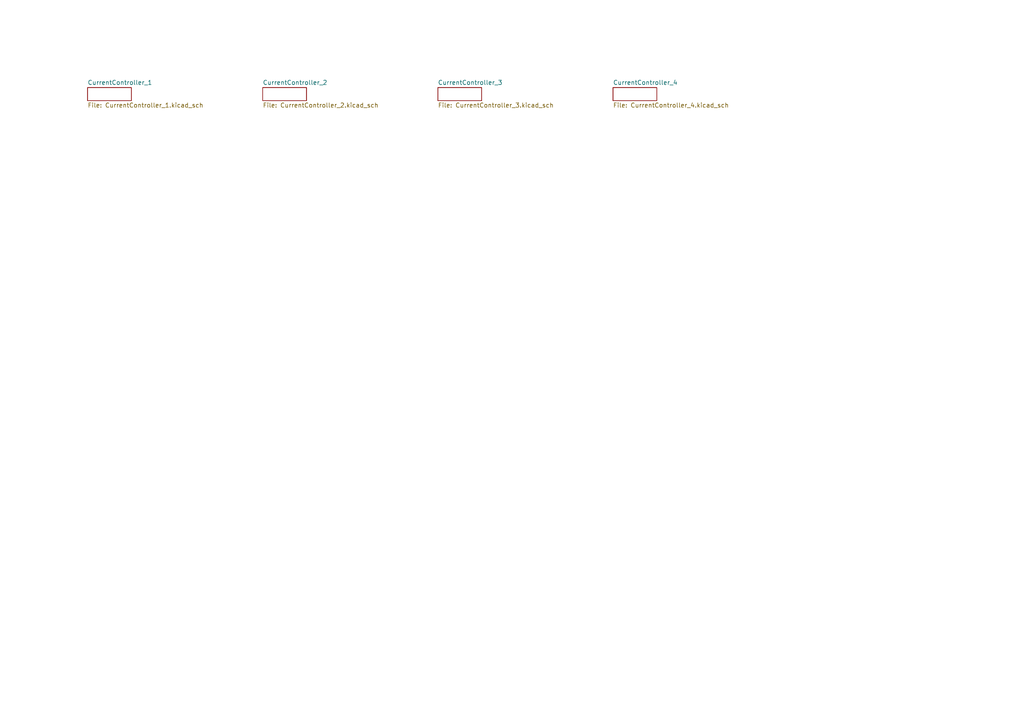
<source format=kicad_sch>
(kicad_sch
	(version 20231120)
	(generator "eeschema")
	(generator_version "8.0")
	(uuid "e30bef67-2d76-4251-84e7-ded5616f98b5")
	(paper "A4")
	(lib_symbols)
	(sheet
		(at 25.4 25.4)
		(size 12.7 3.81)
		(fields_autoplaced yes)
		(stroke
			(width 0)
			(type solid)
		)
		(fill
			(color 0 0 0 0.0000)
		)
		(uuid "5c172eef-7b67-434b-8b62-e307d64c45be")
		(property "Sheetname" "CurrentController_1"
			(at 25.4 24.6884 0)
			(effects
				(font
					(size 1.27 1.27)
				)
				(justify left bottom)
			)
		)
		(property "Sheetfile" "CurrentController_1.kicad_sch"
			(at 25.4 29.7946 0)
			(effects
				(font
					(size 1.27 1.27)
				)
				(justify left top)
			)
		)
		(instances
			(project "CurrentController"
				(path "/e30bef67-2d76-4251-84e7-ded5616f98b5"
					(page "1")
				)
			)
		)
	)
	(sheet
		(at 76.2 25.4)
		(size 12.7 3.81)
		(fields_autoplaced yes)
		(stroke
			(width 0)
			(type solid)
		)
		(fill
			(color 0 0 0 0.0000)
		)
		(uuid "5fac3611-8f75-40e8-82ee-c433fdff6d95")
		(property "Sheetname" "CurrentController_2"
			(at 76.2 24.6884 0)
			(effects
				(font
					(size 1.27 1.27)
				)
				(justify left bottom)
			)
		)
		(property "Sheetfile" "CurrentController_2.kicad_sch"
			(at 76.2 29.7946 0)
			(effects
				(font
					(size 1.27 1.27)
				)
				(justify left top)
			)
		)
		(instances
			(project "CurrentController"
				(path "/e30bef67-2d76-4251-84e7-ded5616f98b5"
					(page "2")
				)
			)
		)
	)
	(sheet
		(at 177.8 25.4)
		(size 12.7 3.81)
		(fields_autoplaced yes)
		(stroke
			(width 0)
			(type solid)
		)
		(fill
			(color 0 0 0 0.0000)
		)
		(uuid "bb1a7683-4aca-4e00-9efc-5aecd586d68e")
		(property "Sheetname" "CurrentController_4"
			(at 177.8 24.6884 0)
			(effects
				(font
					(size 1.27 1.27)
				)
				(justify left bottom)
			)
		)
		(property "Sheetfile" "CurrentController_4.kicad_sch"
			(at 177.8 29.7946 0)
			(effects
				(font
					(size 1.27 1.27)
				)
				(justify left top)
			)
		)
		(instances
			(project "CurrentController"
				(path "/e30bef67-2d76-4251-84e7-ded5616f98b5"
					(page "4")
				)
			)
		)
	)
	(sheet
		(at 127 25.4)
		(size 12.7 3.81)
		(fields_autoplaced yes)
		(stroke
			(width 0)
			(type solid)
		)
		(fill
			(color 0 0 0 0.0000)
		)
		(uuid "dd4b9a5b-56bd-4e3f-9324-79d802060ade")
		(property "Sheetname" "CurrentController_3"
			(at 127 24.6884 0)
			(effects
				(font
					(size 1.27 1.27)
				)
				(justify left bottom)
			)
		)
		(property "Sheetfile" "CurrentController_3.kicad_sch"
			(at 127 29.7946 0)
			(effects
				(font
					(size 1.27 1.27)
				)
				(justify left top)
			)
		)
		(instances
			(project "CurrentController"
				(path "/e30bef67-2d76-4251-84e7-ded5616f98b5"
					(page "3")
				)
			)
		)
	)
	(sheet_instances
		(path "/"
			(page "1")
		)
	)
)

</source>
